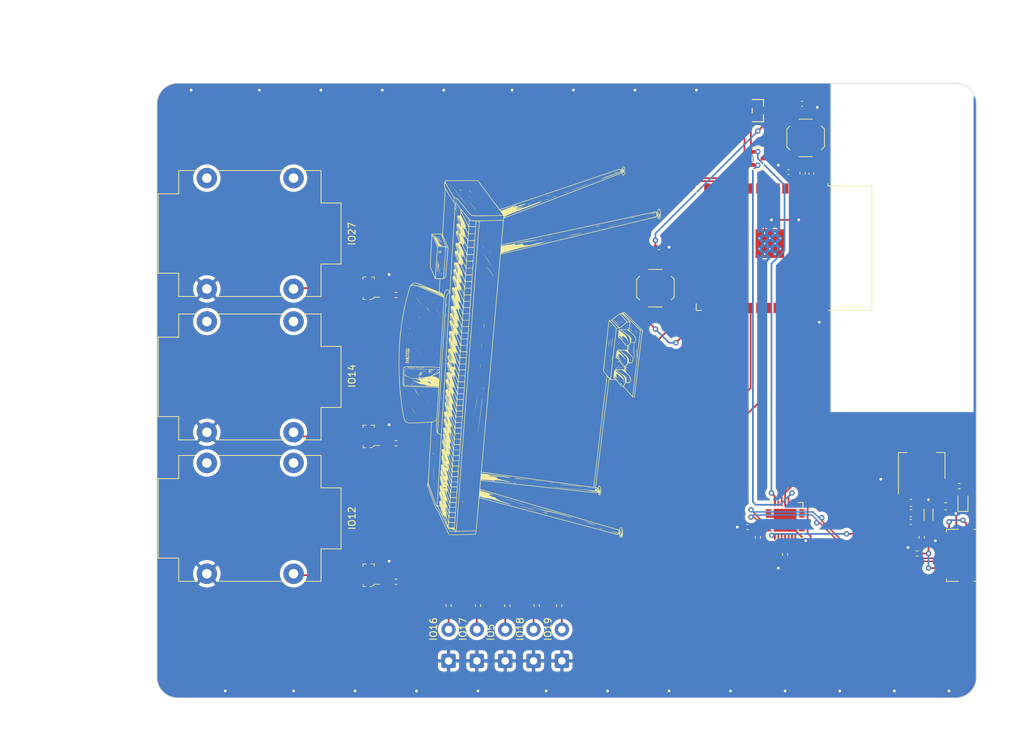
<source format=kicad_pcb>
(kicad_pcb (version 20221018) (generator pcbnew)
  (layers (0 "F.Cu" signal) (31 "B.Cu" signal) (34 "B.Paste" user) (35 "F.Paste" user) (36 "B.SilkS" user "B.Silkscreen") (37 "F.SilkS" user "F.Silkscreen") (38 "B.Mask" user) (39 "F.Mask" user) (44 "Edge.Cuts" user))
  (net 0 "")
  (net 1 "+3V3")
  (net 2 "GND")
  (net 3 "EN")
  (net 4 "+5V")
  (net 5 "IO0")
  (net 6 "Net-(D1-A)")
  (net 7 "VBUS")
  (net 8 "USB_N")
  (net 9 "USB_P")
  (net 11 "unconnected-(J1-Shield-Pad6)")
  (net 13 "PEDAL2")
  (net 16 "PEDAL3")
  (net 19 "PEDAL1")
  (net 21 "Net-(J5-Pin_2)")
  (net 22 "Net-(J6-Pin_2)")
  (net 23 "Net-(J7-Pin_2)")
  (net 24 "Net-(J8-Pin_2)")
  (net 25 "Net-(J9-Pin_2)")
  (net 26 "DTR")
  (net 27 "RTS")
  (net 28 "Net-(Q3-B)")
  (net 29 "Net-(Q4-B)")
  (net 30 "Net-(Q5-B)")
  (net 31 "Net-(U3-VBUS)")
  (net 32 "Net-(U3-~{SUSPEND})")
  (net 33 "Net-(U3-~{RST})")
  (net 34 "IO12")
  (net 35 "IO14")
  (net 36 "IO27")
  (net 37 "IO19")
  (net 38 "IO18")
  (net 39 "IO5")
  (net 40 "IO17")
  (net 41 "IO16")
  (net 62 "RX")
  (net 63 "TX")
  (footprint "footprints:TRAN_SS8050-G_CIP" (layer "F.Cu") (at 179 57 -90)
    (fp_text reference "Q1" hide)
    (fp_text value "SS8050-G")
  )
  (footprint "Capacitor_SMD:C_0402_1005Metric" (layer "F.Cu") (at 183.48 59 180)
    (fp_text reference "C3" hide)
    (fp_text value "0.1uf")
  )
  (footprint "LED_SMD:LED_0603_1608Metric" (layer "F.Cu") (at 209.042 107.2135 90)
    (fp_text reference "D1" hide)
    (fp_text value "LED")
  )
  (footprint "Capacitor_SMD:C_0402_1005Metric" (layer "F.Cu") (at 185.48 49 180)
    (fp_text reference "C7" hide)
    (fp_text value "0.1uf")
  )
  (footprint "Resistor_SMD:R_0402_1005Metric" (layer "F.Cu") (at 138 122.51 90)
    (fp_text reference "R13" hide)
    (fp_text value "220")
  )
  (footprint "Capacitor_SMD:C_0402_1005Metric" (layer "F.Cu") (at 201.394 110.236 180)
    (fp_text reference "C8" hide)
    (fp_text value "4.7uf")
  )
  (footprint "Package_DFN_QFN:QFN-28-1EP_5x5mm_P0.5mm_EP3.35x3.35mm" (layer "F.Cu") (at 183 110)
    (fp_text reference "U3" hide)
    (fp_text value "CP2102N-Axx-xQFN28")
  )
  (footprint "Connector_Wire:SolderWire-0.5sqmm_1x02_P4.6mm_D0.9mm_OD2.1mm" (layer "F.Cu") (at 150.3 130.6 90)
    (fp_text reference "J5" hide)
    (fp_text value "Conn_01x02_Socket")
  )
  (footprint "Resistor_SMD:R_0402_1005Metric" (layer "F.Cu") (at 183 115 90)
    (fp_text reference "R5" hide)
    (fp_text value "10kk")
  )
  (footprint "Connector_Wire:SolderWire-0.5sqmm_1x02_P4.6mm_D0.9mm_OD2.1mm" (layer "F.Cu") (at 142 130.6 90)
    (fp_text reference "J7" hide)
    (fp_text value "Conn_01x02_Socket")
  )
  (footprint "digikey-footprints:SOT-23-3" (layer "F.Cu") (at 122 75.999544 180)
    (fp_text reference "Q5" hide)
    (fp_text value "MMBT2222A-7-F")
  )
  (footprint "Capacitor_SMD:C_0603_1608Metric" (layer "F.Cu") (at 201.422 108.966 180)
    (fp_text reference "C5" hide)
    (fp_text value "22uf")
  )
  (footprint "Resistor_SMD:R_0402_1005Metric" (layer "F.Cu") (at 126 119 180)
    (fp_text reference "R7" hide)
    (fp_text value "4.7k")
  )
  (footprint "Connector_Wire:SolderWire-0.5sqmm_1x02_P4.6mm_D0.9mm_OD2.1mm" (layer "F.Cu") (at 137.85 130.6 90)
    (fp_text reference "J8" hide)
    (fp_text value "Conn_01x02_Socket")
  )
  (footprint "Button_Switch_SMD:SW_Push_1P1T_XKB_TS-1187A" (layer "F.Cu") (at 164 76 -90)
    (fp_text reference "S1" hide)
    (fp_text value "B3U-1000P")
  )
  (footprint "Capacitor_SMD:C_0402_1005Metric" (layer "F.Cu") (at 164.52 70 180)
    (fp_text reference "C6" hide)
    (fp_text value "0.1uf")
  )
  (footprint "BAT760_7 (2):SOD2513X120N" (layer "F.Cu") (at 204 109.19 -90)
    (fp_text reference "D2" hide)
    (fp_text value "BAT760-7")
  )
  (footprint "footprints:TRAN_SS8050-G_CIP" (layer "F.Cu") (at 179 50 -90)
    (fp_text reference "Q2" hide)
    (fp_text value "SS8050-G")
  )
  (footprint "Connector_Wire:SolderWire-0.5sqmm_1x02_P4.6mm_D0.9mm_OD2.1mm" (layer "F.Cu") (at 146.15 130.6 90)
    (fp_text reference "J6" hide)
    (fp_text value "Conn_01x02_Socket")
  )
  (footprint "Button_Switch_SMD:SW_Push_1P1T_XKB_TS-1187A" (layer "F.Cu") (at 186 54 -90)
    (fp_text reference "S2" hide)
    (fp_text value "B3U-1000P")
  )
  (footprint "Capacitor_SMD:C_0402_1005Metric" (layer "F.Cu") (at 186.838611 59.205062 90)
    (fp_text reference "C1" hide)
    (fp_text value "0.1uf")
  )
  (footprint "Connector_Audio:Jack_6.35mm_Neutrik_NMJ4HCD2_Horizontal" (layer "F.Cu") (at 110.998 97.115 180)
    (fp_text reference "J2" hide)
    (fp_text value "AudioJack2_Switch" hide)
  )
  (footprint "digikey-footprints:SOT-23-3" (layer "F.Cu") (at 122 97.719544 180)
    (fp_text reference "Q4" hide)
    (fp_text value "MMBT2222A-7-F")
  )
  (footprint "RF_Module:ESP32-WROOM-32" (layer "F.Cu") (at 179.8525 70.155 -90)
    (fp_text reference "U1" hide)
    (fp_text value "ESP32-WROOM-32")
  )
  (footprint "Resistor_SMD:R_0402_1005Metric" (layer "F.Cu") (at 149.9 122.51 90)
    (fp_text reference "R10" hide)
    (fp_text value "220")
  )
  (footprint "Connector_Audio:Jack_6.35mm_Neutrik_NMJ4HCD2_Horizontal" (layer "F.Cu") (at 110.998 76.115 180)
    (fp_text reference "J3" hide)
    (fp_text value "AudioJack2_Switch" hide)
  )
  (footprint "Resistor_SMD:R_0402_1005Metric" (layer "F.Cu") (at 179 112.51 90)
    (fp_text reference "R6" hide)
    (fp_text value "2k")
  )
  (footprint "digikey-footprints:SOT-23-3" (layer "F.Cu") (at 122 118.05 180)
    (fp_text reference "Q3" hide)
    (fp_text value "MMBT2222A-7-F")
  )
  (footprint "Capacitor_SMD:C_0603_1608Metric" (layer "F.Cu") (at 201.422 107.442 180)
    (fp_text reference "C2" hide)
    (fp_text value "22uf")
  )
  (footprint "Resistor_SMD:R_0402_1005Metric" (layer "F.Cu") (at 202.335713 114.873232)
    (fp_text reference "R4" hide)
    (fp_text value "47.5k")
  )
  (footprint "piano:piano" (layer "F.Cu") (at 144.018 86.36 90)
    (fp_text reference "G***" hide)
    (fp_text value "LOGO" hide)
  )
  (footprint "Resistor_SMD:R_0402_1005Metric" (layer "F.Cu") (at 126 76.999544 180)
    (fp_text reference "R9" hide)
    (fp_text value "4.7k")
  )
  (footprint "Package_TO_SOT_SMD:SOT-223-3_TabPin2" (layer "F.Cu") (at 203 102 90)
    (fp_text reference "U2" hide)
    (fp_text value "AMS1117-3.3")
  )
  (footprint "Resistor_SMD:R_0402_1005Metric" (layer "F.Cu") (at 126 98.719544 180)
    (fp_text reference "R8" hide)
    (fp_text value "4.7k")
  )
  (footprint "Capacitor_SMD:C_0603_1608Metric" (layer "F.Cu") (at 206.502 107.95)
    (fp_text reference "C4" hide)
    (fp_text value "22uf")
  )
  (footprint "Resistor_SMD:R_0402_1005Metric" (layer "F.Cu") (at 185.557894 59.165536 -90)
    (fp_text reference "R1" hide)
    (fp_text value "10k")
  )
  (footprint "Resistor_SMD:R_0402_1005Metric" (layer "F.Cu") (at 133.7 122.51 90)
    (fp_text reference "R14" hide)
    (fp_text value "220")
  )
  (footprint "Capacitor_SMD:C_0402_1005Metric" (layer "F.Cu") (at 177.48 111 180)
    (fp_text reference "C9" hide)
    (fp_text value "0.1uf")
  )
  (footprint "Resistor_SMD:R_0402_1005Metric" (layer "F.Cu") (at 208.51 105)
    (fp_text reference "R2" hide)
    (fp_text value "2k")
  )
  (footprint "Resistor_SMD:R_0402_1005Metric" (layer "F.Cu") (at 146.6 122.51 90)
    (fp_text reference "R11" hide)
    (fp_text value "220")
  )
  (footprint "Connector_Wire:SolderWire-0.5sqmm_1x02_P4.6mm_D0.9mm_OD2.1mm" (layer "F.Cu") (at 133.7 130.6 90)
    (fp_text reference "J9" hide)
    (fp_text value "Conn_01x02_Socket")
  )
  (footprint "Resistor_SMD:R_0402_1005Metric" (layer "F.Cu") (at 203 112.49 90)
    (fp_text reference "R3" hide)
    (fp_text value "22.1k")
  )
  (footprint "Connector_USB:USB_Micro-B_Molex_47346-0001" (layer "F.Cu") (at 208.326594 115.134925 90)
    (fp_text reference "J1" hide)
    (fp_text value "USB_B_Micro")
  )
  (footprint "Connector_Audio:Jack_6.35mm_Neutrik_NMJ4HCD2_Horizontal" (layer "F.Cu") (at 110.998 117.835456 180)
    (fp_text reference "J4" hide)
    (fp_text value "AudioJack2_Switch" hide)
  )
  (footprint "Resistor_SMD:R_0402_1005Metric" (layer "F.Cu") (at 142.3 122.51 90)
    (fp_text reference "R12" hide)
    (fp_text value "220")
  )
  (gr_arc (start 211 133) (mid 210.12132 135.12132) (end 208 136) (stroke (width 0.1)) (layer "Edge.Cuts"))
  (gr_line (start 208 136) (end 94 136) (stroke (width 0.1)) (layer "Edge.Cuts"))
  (gr_line (start 91 133) (end 91 49) (stroke (width 0.1)) (layer "Edge.Cuts"))
  (gr_arc (start 208 46) (mid 210.12132 46.87868) (end 211 49) (stroke (width 0.1)) (layer "Edge.Cuts"))
  (gr_line (start 94 46) (end 208 46) (stroke (width 0.1)) (layer "Edge.Cuts"))
  (gr_arc (start 91 49) (mid 91.87868 46.87868) (end 94 46) (stroke (width 0.1)) (layer "Edge.Cuts"))
  (gr_line (start 211 49) (end 211 133) (stroke (width 0.1)) (layer "Edge.Cuts"))
  (gr_arc (start 94 136) (mid 91.87868 135.12132) (end 91 133) (stroke (width 0.1)) (layer "Edge.Cuts"))
  (gr_text "IO14" (at 120.142 90.678 90) (layer "F.SilkS") (effects (font (size 1 1)) (justify left bottom)))
  (gr_text "IO5" (at 140.462 127.762 90) (layer "F.SilkS") (effects (font (size 1 1)) (justify left bottom)))
  (gr_text "IO17" (at 136.398 127.762 90) (layer "F.SilkS") (effects (font (size 1 1)) (justify left bottom)))
  (gr_text "IO18" (at 144.78 127.762 90) (layer "F.SilkS") (effects (font (size 1 1)) (justify left bottom)))
  (gr_text "IO12" (at 120.142 111.506 90) (layer "F.SilkS") (effects (font (size 1 1)) (justify left bottom)))
  (gr_text "IO19" (at 148.844 127.762 90) (layer "F.SilkS") (effects (font (size 1 1)) (justify left bottom)))
  (gr_text "IO27" (at 120.142 69.85 90) (layer "F.SilkS") (effects (font (size 1 1)) (justify left bottom)))
  (gr_text "IO16" (at 132.08 127.762 90) (layer "F.SilkS") (effects (font (size 1 1)) (justify left bottom)))
  (segment (start 201.874 110.236) (end 201.874 109.289) (width 0.25) (layer "F.Cu") (net 1))
  (segment (start 203 105.15) (end 203 98.85) (width 0.25) (layer "F.Cu") (net 1))
  (segment (start 186.838611 61.398889) (end 186.8325 61.405) (width 0.25) (layer "F.Cu") (net 1))
  (segment (start 189 64.5725) (end 186.8325 62.405) (width 0.25) (layer "F.Cu") (net 1))
  (segment (start 186.8325 62.405) (end 186.8325 61.405) (width 0.25) (layer "F.Cu") (net 1))
  (segment (start 186.838611 59.685062) (end 186.838611 61.398889) (width 0.25) (layer "F.Cu") (net 1))
  (segment (start 179 112) (end 178.96 112) (width 0.25) (layer "F.Cu") (net 1))
  (segment (start 186.300305 106.720417) (end 186.300305 111.886091) (width 0.25) (layer "F.Cu") (net 1))
  (segment (start 186.58742 59.685062) (end 186.838611 59.685062) (width 0.25) (layer "F.Cu") (net 1))
  (segment (start 202.197 108.966) (end 202.197 107.442) (width 0.25) (layer "F.Cu") (net 1))
  (segment (start 178.96 112) (end 177.96 111) (width 0.25) (layer "F.Cu") (net 1))
  (segment (start 181.699695 117.725) (end 178.355 114.380305) (width 0.25) (layer "F.Cu") (net 1))
  (segment (start 178.355 114.380305) (end 178.355 112.645) (width 0.25) (layer "F.Cu") (net 1))
  (segment (start 186.725 113.300305) (end 182.300305 117.725) (width 0.25) (layer "F.Cu") (net 1))
  (segment (start 194.170722 98.85) (end 189 93.679278) (width 0.25) (layer "F.Cu") (net 1))
  (segment (start 186.300305 111.886091) (end 186.725 112.310786) (width 0.25) (layer "F.Cu") (net 1))
  (segment (start 179.5 111.5) (end 179 112) (width 0.25) (layer "F.Cu") (net 1))
  (segment (start 201.874 109.289) (end 202.197 108.966) (width 0.25) (layer "F.Cu") (net 1))
  (segment (start 203 106.639) (end 203 105.15) (width 0.25) (layer "F.Cu") (net 1))
  (segment (start 180.55 111.5) (end 180.55 111) (width 0.25) (layer "F.Cu") (net 1))
  (segment (start 178.355 112.645) (end 179 112) (width 0.25) (layer "F.Cu") (net 1))
  (segment (start 182.300305 117.725) (end 181.699695 117.725) (width 0.25) (layer "F.Cu") (net 1))
  (segment (start 189 93.679278) (end 189 64.5725) (width 0.25) (layer "F.Cu") (net 1))
  (segment (start 194.170722 98.85) (end 186.300305 106.720417) (width 0.25) (layer "F.Cu") (net 1))
  (segment (start 186.725 112.310786) (end 186.725 113.300305) (width 0.25) (layer "F.Cu") (net 1))
  (segment (start 203 98.85) (end 194.170722 98.85) (width 0.25) (layer "F.Cu") (net 1))
  (segment (start 185.557894 58.655536) (end 186.58742 59.685062) (width 0.25) (layer "F.Cu") (net 1))
  (segment (start 202.197 107.442) (end 203 106.639) (width 0.25) (layer "F.Cu") (net 1))
  (segment (start 180.55 111.5) (end 179.5 111.5) (width 0.25) (layer "F.Cu") (net 1))
  (segment (start 188.1025 78.905) (end 188.1025 80.8975) (width 0.25) (layer "F.Cu") (net 2))
  (segment (start 181 66) (end 185 66) (width 0.25) (layer "F.Cu") (net 2))
  (segment (start 200.647 107.442) (end 200.647 108.966) (width 0.25) (layer "F.Cu") (net 2))
  (segment (start 123.05 117.1) (end 123.9 117.1) (width 0.25) (layer "F.Cu") (net 2))
  (segment (start 185.96 49) (end 187.176 49) (width 0.25) (layer "F.Cu") (net 2))
  (segment (start 208.051594 113.684925) (end 207.901594 113.834925) (width 0.25) (layer "F.Cu") (net 2))
  (segment (start 165.875 70.875) (end 165.875 73) (width 0.25) (layer "F.Cu") (net 2))
  (segment (start 186.838611 58.725062) (end 186.838611 58.036389) (width 0.25) (layer "F.Cu") (net 2))
  (segment (start 200.647 109.969) (end 200.914 110.236) (width 0.25) (layer "F.Cu") (net 2))
  (segment (start 123.05 75.049544) (end 123.950456 75.049544) (width 0.25) (layer "F.Cu") (net 2))
  (segment (start 165.875 73) (end 165.875 79) (width 0.25) (layer "F.Cu") (net 2))
  (segment (start 200.7 105.15) (end 200.7 107.389) (width 0.25) (layer "F.Cu") (net 2))
  (segment (start 201.825713 114.825713) (end 201 114) (width 0.25) (layer "F.Cu") (net 2))
  (segment (start 186.84622 58.725062) (end 188.1025 59.981342) (width 0.25) (layer "F.Cu") (net 2))
  (segment (start 198.15 105.15) (end 197 104) (width 0.25) (layer "F.Cu") (net 2))
  (segment (start 207.901594 113.834925) (end 206.866594 113.834925) (width 0.25) (layer "F.Cu") (net 2))
  (segment (start 188.1025 59.981342) (end 188.1025 61.405) (width 0.25) (layer "F.Cu") (net 2))
  (segment (start 200.7 107.389) (end 200.647 107.442) (width 0.25) (layer "F.Cu") (net 2))
  (segment (start 185.96 49) (end 185.96 49.085) (width 0.25) (layer "F.Cu") (net 2))
  (segment (start 123.950456 75.049544) (end 125 74) (width 0.25) (layer "F.Cu") (net 2))
  (segment (start 183 116) (end 182 117) (width 0.25) (layer "F.Cu") (net 2))
  (segment (start 208.999 108.001) (end 208 109) (width 0.25) (layer "F.Cu") (net 2))
  (segment (start 165 70) (end 166 70) (width 0.25) (layer "F.Cu") (net 2))
  (segment (start 165 68.7875) (end 165 70) (width 0.25) (layer "F.Cu") (net 2))
  (segment (start 124.230456 96.769544) (end 125 96) (width 0.25) (layer "F.Cu") (net 2))
  (segment (start 208 109) (end 208.051594 109.051594) (width 0.25) (layer "F.Cu") (net 2))
  (segment (start 180 67) (end 181 66) (width 0.25) (layer "F.Cu") (net 2))
  (segment (start 205.834925 113.834925) (end 205 113) (width 0.25) (layer "F.Cu") (net 2))
  (segment (start 169.3425 64.445) (end 165 68.7875) (width 0.25) (layer "F.Cu") (net 2))
  (segment (start 123.05 96.769544) (end 124.230456 96.769544) (width 0.25) (layer "F.Cu") (net 2))
  (segment (start 188.1025 80.8975) (end 188 81) (width 0.25) (layer "F.Cu") (net 2))
  (segment (start 186.838611 58.036389) (end 187.875 57) (width 0.25) (layer "F.Cu") (net 2))
  (segment (start 183 110) (end 186 113) (width 0.25) (layer "F.Cu") (net 2))
  (segment (start 185.96 49.085) (end 187.875 51) (width 0.25) (layer "F.Cu") (net 2))
  (segment (start 180 67.95) (end 180 67) (width 0.25) (layer "F.Cu") (net 2))
  (segment (start 183 110) (end 182.5 109.5) (width 0.25) (layer "F.Cu") (net 2))
  (segment (start 187.875 51) (end 187.875 57) (width 0.25) (layer "F.Cu") (net 2))
  (segment (start 209.042 108.001) (end 208.999 108.001) (width 0.25) (layer "F.Cu") (net 2))
  (segment (start 208.991 107.95) (end 209.042 108.001) (width 0.25) (layer "F.Cu") (net 2))
  (segment (start 187.176 49) (end 187.706 49.53) (width 0.25) (layer "F.Cu") (net 2))
  (segment (start 165 70) (end 165.875 70.875) (width 0.25) (layer "F.Cu") (net 2))
  (segment (start 200.7 105.15) (end 198.15 105.15) (width 0.25) (layer "F.Cu") (net 2))
  (segment (start 186.838611 58.725062) (end 186.84622 58.725062) (width 0.25) (layer "F.Cu") (net 2))
  (segment (start 170.3425 64.445) (end 169.3425 64.445) (width 0.25) (layer "F.Cu") (net 2))
  (segment (start 201.825713 114.873232) (end 201.825713 114.825713) (width 0.25) (layer "F.Cu") (net 2))
  (segment (start 208.051594 109.051594) (end 208.051594 113.684925) (width 0.25) (layer "F.Cu") (net 2))
  (segment (start 183 115.51) (end 183 116) (width 0.25) (layer "F.Cu") (net 2))
  (segment (start 177 111) (end 176 111) (width 0.25) (layer "F.Cu") (net 2))
  (segment (start 207.277 107.95) (end 208.991 107.95) (width 0.25) (layer "F.Cu") (net 2))
  (segment (start 206.866594 113.834925) (end 205.834925 113.834925) (width 0.25) (layer "F.Cu") (net 2))
  (segment (start 183 59) (end 182 58) (width 0.25) (layer "F.Cu") (net 2))
  (segment (start 123.9 117.1) (end 125 116) (width 0.25) (layer "F.Cu") (net 2))
  (segment (start 182.5 109.5) (end 180.55 109.5) (width 0.25) (layer "F.Cu") (net 2))
  (segment (start 200.647 108.966) (end 200.647 109.969) (width 0.25) (layer "F.Cu") (net 2))
  (via (at 125 116) (size 0.8) (drill 0.4) (layers "F.Cu" "B.Cu") (net 2))
  (via (at 124 47) (size 0.8) (drill 0.4) (layers "F.Cu" "B.Cu") (net 2))
  (via (at 96 47) (size 0.8) (drill 0.4) (layers "F.Cu" "B.Cu") (net 2))
  (via (at 129 135) (size 0.8) (drill 0.4) (layers "F.Cu" "B.Cu") (net 2))
  (via (at 182 58) (size 0.8) (drill 0.4) (layers "F.Cu" "B.Cu") (net 2))
  (via (at 205 113) (size 0.8) (drill 0.4) (layers "F.Cu" "B.Cu") (net 2))
  (via (at 106 47) (size 0.8) (drill 0.4) (layers "F.Cu" "B.Cu") (net 2))
  (via (at 115 47) (size 0.8) (drill 0.4) (layers "F.Cu" "B.Cu") (net 2))
  (via (at 125 74) (size 0.8) (drill 0.4) (layers "F.Cu" "B.Cu") (net 2))
  (via (at 166 70) (size 0.8) (drill 0.4) (layers "F.Cu" "B.Cu") (net 2))
  (via (at 197 104) (size 0.8) (drill 0.4) (layers "F.Cu" "B.Cu") (net 2))
  (via (at 133 47) (size 0.8) (drill 0.4) (layers "F.Cu" "B.Cu") (net 2))
  (via (at 176 111) (size 0.8) (drill 0.4) (layers "F.Cu" "B.Cu") (net 2))
  (via (at 183 135) (size 0.8) (drill 0.4) (layers "F.Cu" "B.Cu") (net 2))
  (via (at 181 66) (size 0.8) (drill 0.4) (layers "F.Cu" "B.Cu") (net 2))
  (via (at 152 47) (size 0.8) (drill 0.4) (layers "F.Cu" "B.Cu") (net 2))
  (via (at 207 135) (size 0.8) (drill 0.4) (layers "F.Cu" "B.Cu") (net 2))
  (via (at 186 113) (size 0.8) (drill 0.4) (layers "F.Cu" "B.Cu") (net 2))
  (via (at 191 135) (size 0.8) (drill 0.4) (layers "F.Cu" "B.Cu") (net 2))
  (via (at 182 117) (size 0.8) (drill 0.4) (layers "F.Cu" "B.Cu") (net 2))
  (via (at 201 114) (size 0.8) (drill 0.4) (layers "F.Cu" "B.Cu") (net 2))
  (via (at 101 135) (size 0.8) (drill 0.4) (layers "F.Cu" "B.Cu") (net 2))
  (via (at 148 135) (size 0.8) (drill 0.4) (layers "F.Cu" "B.Cu") (net 2))
  (via (at 157 135) (size 0.8) (drill 0.4) (layers "F.Cu" "B.Cu") (net 2))
  (via (at 188 81) (size 0.8) (drill 0.4) (layers "F.Cu" "B.Cu") (net 2))
  (via (at 161 47) (size 0.8) (drill 0.4) (layers "F.Cu" "B.Cu") (net 2))
  (via (at 138 135) (size 0.8) (drill 0.4) (layers "F.Cu" "B.Cu") (net 2))
  (via (at 111 135) (size 0.8) (drill 0.4) (layers "F.Cu" "B.Cu") (net 2))
  (via (at 199 135) (size 0.8) (drill 0.4) (layers "F.Cu" "B.Cu") (net 2))
  (via (at 175 135) (size 0.8) (drill 0.4) (layers "F.Cu" "B.Cu") (net 2))
  (via (at 166 135) (size 0.8) (drill 0.4) (layers "F.Cu" "B.Cu") (net 2))
  (via (at 170 47) (size 0.8) (drill 0.4) (layers "F.Cu" "B.Cu") (net 2))
  (via (at 120 135) (size 0.8) (drill 0.4) (layers "F.Cu" "B.Cu") (net 2))
  (via (at 208 109) (size 0.8) (drill 0.4) (layers "F.Cu" "B.Cu") (net 2))
  (via (at 187.706 49.53) (size 0.8) (drill 0.4) (layers "F.Cu" "B.Cu") (net 2))
  (via (at 185 66) (size 0.8) (drill 0.4) (layers "F.Cu" "B.Cu") (net 2))
  (via (at 143 47) (size 0.8) (drill 0.4) (layers "F.Cu" "B.Cu") (net 2))
  (via (at 125 96) (size 0.8) (drill 0.4) (layers "F.Cu" "B.Cu") (net 2))
  (segment (start 185 50.125) (end 184.125 51) (width 0.25) (layer "F.Cu") (net 3))
  (segment (start 185.557894 59.675536) (end 184.635536 59.675536) (width 0.25) (layer "F.Cu") (net 3))
  (segment (start 185.557894 61.400394) (end 185.5625 61.405) (width 0.25) (layer "F.Cu") (net 3))
  (segment (start 184.635536 59.675536) (end 183.96 59) (width 0.25) (layer "F.Cu") (net 3))
  (segment (start 183.96 57.165) (end 184.125 57) (width 0.25) (layer "F.Cu") (net 3))
  (segment (start 185 49) (end 185 50.125) (width 0.25) (layer "F.Cu") (net 3))
  (segment (start 183.96 59) (end 183.96 57.165) (width 0.25) (layer "F.Cu") (net 3))
  (segment (start 185.557894 59.675536) (end 185.557894 61.400394) (width 0.25) (layer "F.Cu") (net 3))
  (segment (start 184.125 57) (end 180.021 57) (width 0.25) (layer "F.Cu") (net 3))
  (segment (start 184.125 51) (end 184.125 57) (width 0.25) (layer "F.Cu") (net 3))
  (segment (start 204 106.45) (end 205.3 105.15) (width 0.25) (layer "F.Cu") (net 4))
  (segment (start 204 108) (end 205.677 108) (width 0.25) (layer "F.Cu") (net 4))
  (segment (start 205.3 105.15) (end 207.85 105.15) (width 0.25) (layer "F.Cu") (net 4))
  (segment (start 207.85 105.15) (end 208 105) (width 0.25) (layer "F.Cu") (net 4))
  (segment (start 204 108) (end 204 106.45) (width 0.25) (layer "F.Cu") (net 4))
  (segment (start 205.677 108) (end 205.727 107.95) (width 0.25) (layer "F.Cu") (net 4))
  (segment (start 162.125 79) (end 162.125 80.125) (width 0.25) (layer "F.Cu") (net 5))
  (segment (start 164 69) (end 164 69.96) (width 0.25) (layer "F.Cu") (net 5))
  (segment (start 162.125 73) (end 162.125 79) (width 0.25) (layer "F.Cu") (net 5))
  (segment (start 162.125 71.915) (end 164.04 70) (width 0.25) (layer "F.Cu") (net 5))
  (segment (start 171.5925 79.4075) (end 171.5925 78.905) (width 0.25) (layer "F.Cu") (net 5))
  (segment (start 180.021 51.979) (end 179 53) (width 0.25) (layer "F.Cu") (net 5))
  (segment (start 180.021 50) (end 180.021 51.979) (width 0.25) (layer "F.Cu") (net 5))
  (segment (start 162.125 80.125) (end 164 82) (width 0.25) (layer "F.Cu") (net 5))
  (segment (start 164 69.96) (end 164.04 70) (width 0.25) (layer "F.Cu") (net 5))
  (segment (start 162.125 73) (end 162.125 71.915) (width 0.25) (layer "F.Cu") (net 5))
  (segment (start 167 84) (end 171.5925 79.4075) (width 0.25) (layer "F.Cu") (net 5))
  (via (at 164 82) (size 0.8) (drill 0.4) (layers "F.Cu" "B.Cu") (net 5))
  (via (at 167 84) (size 0.8) (drill 0.4) (layers "F.Cu" "B.Cu") (net 5))
  (via (at 164 69) (size 0.8) (drill 0.4) (layers "F.Cu" "B.Cu") (net 5))
  (via (at 179 53) (size 0.8) (drill 0.4) (layers "F.Cu" "B.Cu") (net 5))
  (segment (start 164 68) (end 164 69) (width 0.25) (layer "B.Cu") (net 5))
  (segment (start 164 82) (end 166 84) (width 0.25) (layer "B.Cu") (net 5))
  (segment (start 179 53) (end 164 68) (width 0.25) (layer "B.Cu") (net 5))
  (segment (start 166 84) (end 167 84) (width 0.25) (layer "B.Cu") (net 5))
  (segment (start 209.02 106.404) (end 209.042 106.426) (width 0.25) (layer "F.Cu") (net 6))
  (segment (start 209.02 105) (end 209.02 106.404) (width 0.25) (layer "F.Cu") (net 6))
  (segment (start 204 117) (end 205.217559 117) (width 0.25) (layer "F.Cu") (net 7))
  (segment (start 204 110.38) (end 204 114.8705) (width 0.25) (layer "F.Cu") (net 7))
  (segment (start 202.845713 114.873232) (end 202.845713 113.154287) (width 0.25) (layer "F.Cu") (net 7))
  (segment (start 205.782634 116.434925) (end 206.866594 116.434925) (width 0.25) (layer "F.Cu") (net 7))
  (segment (start 202.845713 113.154287) (end 203 113) (width 0.25) (layer "F.Cu") (net 7))
  (segment (start 204 114.8705) (end 202.848445 114.8705) (width 0.25) (layer "F.Cu") (net 7))
  (segment (start 202.848445 114.8705) (end 202.845713 114.873232) (width 0.25) (layer "F.Cu") (net 7))
  (segment (start 205.217559 117) (end 205.782634 116.434925) (width 0.25) (layer "F.Cu") (net 7))
  (via (at 204 114.8705) (size 0.8) (drill 0.4) (layers "F.Cu" "B.Cu") (net 7))
  (via (at 204 117) (size 0.8) (drill 0.4) (layers "F.Cu" "B.Cu") (net 7))
  (segment (start 204 114.8705) (end 204 117) (width 0.25) (layer "B.Cu") (net 7))
  (segment (start 199.448429 116.01998) (end 198.808449 115.38) (width 0.2) (layer "F.Cu") (net 8))
  (segment (start 179.363603 110.475) (end 179.924999 110.475) (width 0.2) (layer "F.Cu") (net 8))
  (segment (start 179.949999 110.5) (end 180.55 110.5) (width 0.2) (layer "F.Cu") (net 8))
  (segment (start 205.831593 115.784925) (end 205.596538 116.01998) (width 0.2) (layer "F.Cu") (net 8))
  (segment (start 198.808449 115.38) (end 193.061801 115.38) (width 0.2) (layer "F.Cu") (net 8))
  (segment (start 178.413603 109.525) (end 179.363603 110.475) (width 0.2) (layer "F.Cu") (net 8))
  (segment (start 188.053033 110.371232) (end 187.628768 110.371232) (width 0.2) (layer "F.Cu") (net 8))
  (segment (start 178 109.525) (end 178.413603 109.525) (width 0.2) (layer "F.Cu") (net 8))
  (segment (start 179.924999 110.475) (end 179.949999 110.5) (width 0.2) (layer "F.Cu") (net 8))
  (segment (start 205.596538 116.01998) (end 199.448429 116.01998) (width 0.2) (layer "F.Cu") (net 8))
  (segment (start 193.061801 115.38) (end 188.053033 110.371232) (width 0.2) (layer "F.Cu") (net 8))
  (segment (start 206.866594 115.784925) (end 205.831593 115.784925) (width 0.2) (layer "F.Cu") (net 8))
  (via (at 178 109.525) (size 0.8) (drill 0.4) (layers "F.Cu" "B.Cu") (net 8))
  (via (at 187.628768 110.371232) (size 0.8) (drill 0.4) (layers "F.Cu" "B.Cu") (net 8))
  (segment (start 187.628768 110.371232) (end 187.628768 109.946967) (width 0.2) (layer "B.Cu") (net 8))
  (segment (start 187.628768 109.946967) (end 186.906802 109.225001) (width 0.2) (layer "B.Cu") (net 8))
  (segment (start 186.906802 109.225001) (end 178.299999 109.225001) (width 0.2) (layer "B.Cu") (net 8))
  (segment (start 178.299999 109.225001) (end 178 109.525) (width 0.2) (layer "B.Cu") (net 8))
  (segment (start 188.371232 110.053033) (end 188.371232 109.628768) (width 0.2) (layer "F.Cu") (net 9))
  (segment (start 179.55 110.025) (end 179.924999 110.025) (width 0.2) (layer "F.Cu") (net 9))
  (segment (start 205.831593 115.134925) (end 205.396518 115.57) (width 0.2) (layer "F.Cu") (net 9))
  (segment (start 199.634817 115.57) (end 198.994837 114.93002) (width 0.2) (layer "F.Cu") (net 9))
  (segment (start 178 108.475) (end 179.55 110.025) (width 0.2) (layer "F.Cu") (net 9))
  (segment (start 179.924999 110.025) (end 179.949999 110) (width 0.2) (layer "F.Cu") (net 9))
  (segment (start 198.994837 114.93002) (end 193.248219 114.93002) (width 0.2) (layer "F.Cu") (net 9))
  (segment (start 193.248219 114.93002) (end 188.371232 110.053033) (width 0.2) (layer "F.Cu") (net 9))
  (segment (start 179.949999 110) (end 180.55 110) (width 0.2) (layer "F.Cu") (net 9))
  (segment (start 205.396518 115.57) (end 199.634817 115.57) (width 0.2) (layer "F.Cu") (net 9))
  (segment (start 206.866594 115.134925) (end 205.831593 115.134925) (width 0.2) (layer "F.Cu") (net 9))
  (via (at 178 108.475) (size 0.8) (drill 0.4) (layers "F.Cu" "B.Cu") (net 9))
  (via (at 188.371232 109.628768) (size 0.8) (drill 0.4) (layers "F.Cu" "B.Cu") (net 9))
  (segment (start 187.946967 109.628768) (end 187.093198 108.774999) (width 0.2) (layer "B.Cu") (net 9))
  (segment (start 188.371232 109.628768) (end 187.946967 109.628768) (width 0.2) (layer "B.Cu") (net 9))
  (segment (start 178.299999 108.774999) (end 178 108.475) (width 0.2) (layer "B.Cu") (net 9))
  (segment (start 187.093198 108.774999) (end 178.299999 108.774999) (width 0.2) (layer "B.Cu") (net 9))
  (segment (start 207.01 110.236) (end 207.01 112.589019) (width 0.25) (layer "F.Cu") (net 11))
  (segment (start 209.526594 110.466594) (end 209.042 109.982) (width 0.25) (layer "F.Cu") (net 11))
  (segment (start 209.526594 111.759925) (end 209.526594 110.466594) (width 0.25) (layer "F.Cu") (net 11))
  (segment (start 209.526594 118.509925) (end 209.526594 116.284925) (width 0.25) (layer "F.Cu") (net 11))
  (segment (start 209.526594 116.284925) (end 209.526594 113.584925) (width 0.25) (layer "F.Cu") (net 11))
  (segment (start 206.951594 117.622425) (end 208.639094 117.622425) (width 0.25) (layer "F.Cu") (net 11))
  (segment (start 208.639094 117.622425) (end 209.526594 118.509925) (width 0.25) (layer "F.Cu") (net 11))
  (segment (start 207.01 112.589019) (end 206.951594 112.647425) (width 0.25) (layer "F.Cu") (net 11))
  (via (at 207.01 110.236) (size 0.8) (drill 0.4) (layers "F.Cu" "B.Cu") (net 11))
  (via (at 209.042 109.982) (size 0.8) (drill 0.4) (layers "F.Cu" "B.Cu") (net 11))
  (segment (start 207.264 109.982) (end 207.01 110.236) (width 0.25) (layer "B.Cu") (net 11))
  (segment (start 209.042 109.982) (end 207.264 109.982) (width 0.25) (layer "B.Cu") (net 11))
  (segment (start 120.95 97.719544) (end 111.440822 97.719544) (width 0.25) (layer "F.Cu") (net 13))
  (segment (start 111.440822 97.719544) (end 110.836278 97.115) (width 0.25) (layer "F.Cu") (net 13))
  (segment (start 110.951734 75.999544) (end 110.836278 76.115) (width 0.25) (layer "F.Cu") (net 16))
  (segment (start 120.95 75.999544) (end 110.951734 75.999544) (width 0.25) (layer "F.Cu") (net 16))
  (segment (start 120.95 118.05) (end 111.050822 118.05) (width 0.25) (layer "F.Cu") (net 19))
  (segment (start 111.050822 118.05) (end 110.836278 117.835456) (width 0.25) (layer "F.Cu") (net 19))
  (segment (start 150.3 123.42) (end 150.3 126) (width 0.25) (layer "F.Cu") (net 21))
  (segment (start 149.9 123.02) (end 150.3 123.42) (width 0.25) (layer "F.Cu") (net 21))
  (segment (start 146.6 123.02) (end 146.15 123.47) (width 0.25) (layer "F.Cu") (net 22))
  (segment (start 146.15 123.47) (end 146.15 126) (width 0.25) (layer "F.Cu") (net 22))
  (segment (start 142 123.32) (end 142 126) (width 0.25) (layer "F.Cu") (net 23))
  (segment (start 142.3 123.02) (end 142 123.32) (width 0.25) (layer "F.Cu") (net 23))
  (segment (start 138 123.02) (end 137.85 123.17) (width 0.25) (layer "F.Cu") (net 24))
  (segment (start 137.85 123.17) (end 137.85 126) (width 0.25) (layer "F.Cu") (net 24))
  (segment (start 133.7 123.02) (end 133.7 126) (width 0.25) (layer "F.Cu") (net 25))
  (segment (start 178.029 56) (end 177.979001 56.049999) (width 0.25) (layer "F.Cu") (net 26))
  (segment (start 181.5 106.5) (end 181 106) (width 0.25) (layer "F.Cu") (net 26))
  (segment (start 181.5 107.55) (end 181.5 106.5) (width 0.25) (layer "F.Cu") (net 26))
  (segment (start 179 56) (end 178.029 56) (width 0.25) (layer "F.Cu") (net 26))
  (segment (start 177.979001 56.049999) (end 177.979001 50.950001) (width 0.25) (layer "F.Cu") (net 26))
  (via (at 179 56) (size 0.8) (drill 0.4) (layers "F.Cu" "B.Cu") (net 26))
  (via (at 181 106) (size 0.8) (drill 0.4) (layers "F.Cu" "B.Cu") (net 26))
  (segment (start 179 57) (end 179 56) (width 0.25) (layer "B.Cu") (net 26))
  (segment (start 182.9125 70.496384) (end 182.9125 60.9125) (width 0.25) (layer "B.Cu") (net 26))
  (segment (start 181 72.408884) (end 182.9125 70.496384) (width 0.25) (layer "B.Cu") (net 26))
  (segment (start 182.9125 60.9125) (end 179 57) (width 0.25) (layer "B.Cu") (net 26))
  (segment (start 181 106) (end 181 72.408884) (width 0.25) (layer "B.Cu") (net 26))
  (segment (start 177.044401 49.984599) (end 177.979001 49.049999) (width 0.25) (layer "F.Cu") (net 27))
  (segment (start 177.044401 57.015401) (end 177.044401 49.984599) (width 0.25) (layer "F.Cu") (net 27))
  (segment (start 178.925403 57.950001) (end 178.987701 58.012299) (width 0.25) (layer "F.Cu") (net 27))
  (segment (start 183.5 107.55) (end 183.5 106.5) (width 0.25) (layer "F.Cu") (net 27))
  (segment (start 183.5 106.5) (end 184 106) (width 0.25) (layer "F.Cu") (net 27))
  (segment (start 177.979001 57.950001) (end 177.044401 57.015401) (width 0.25) (layer "F.Cu") (net 27))
  (segment (start 177.979001 57.950001) (end 178.925403 57.950001) (width 0.25) (layer "F.Cu") (net 27))
  (via (at 184 106) (size 0.8) (drill 0.4) (layers "F.Cu" "B.Cu") (net 27))
  (via (at 178.987701 58.012299) (size 0.8) (drill 0.4) (layers "F.Cu" "B.Cu") (net 27))
  (segment (start 182.275 107.725) (end 178.699695 107.725) (width 0.25) (layer "B.Cu") (net 27))
  (segment (start 178.275 107.300305) (end 178.275 58.725) (width 0.25) (layer "B.Cu") (net 27))
  (segment (start 178.699695 107.725) (end 178.275 107.300305) (width 0.25) (layer "B.Cu") (net 27))
  (segment (start 184 106) (end 182.275 107.725) (width 0.25) (layer "B.Cu") (net 27))
  (segment (start 178.275 58.725) (end 178.987701 58.012299) (width 0.25) (layer "B.Cu") (net 27))
  (segment (start 123.05 119) (end 125.49 119) (width 0.25) (layer "F.Cu") (net 28))
  (segment (start 125.44 98.669544) (end 125.49 98.719544) (width 0.25) (layer "F.Cu") (net 29))
  (segment (start 123.05 98.669544) (end 125.44 98.669544) (width 0.25) (layer "F.Cu") (net 29))
  (segment (start 123.05 76.949544) (end 125.44 76.949544) (width 0.25) (layer "F.Cu") (net 30))
  (segment (start 125.44 76.949544) (end 125.49 76.999544) (width 0.25) (layer "F.Cu") (net 30))
  (segment (start 192.02 111.98) (end 192 112) (width 0.25) (layer "F.Cu") (net 31))
  (segment (start 203 111.98) (end 192.02 111.98) (width 0.25) (layer "F.Cu") (net 31))
  (segment (start 181.050213 112.207817) (end 181.257817 112.207817) (width 0.25) (layer "F.Cu") (net 31))
  (segment (start 181.257817 112.207817) (end 181.5 112.45) (width 0.25) (layer "F.Cu") (net 31))
  (via (at 192 112) (size 0.8) (drill 0.4) (layers "F.Cu" "B.Cu") (net 31))
  (via (at 181.050213 112.207817) (size 0.8) (drill 0.4) (layers "F.Cu" "B.Cu") (net 31))
  (segment (start 181 112.157604) (end 181.050213 112.207817) (width 0.25) (layer "B.Cu") (net 31))
  (segment (start 181 112) (end 181 112.157604) (width 0.25) (layer "B.Cu") (net 31))
  (segment (start 192 112) (end 181 112) (width 0.25) (layer "B.Cu") (net 31))
  (segment (start 183 112.45) (end 183 114.49) (width 0.25) (layer "F.Cu") (net 32))
  (segment (start 179.155 113.175) (end 181.825 113.175) (width 0.25) (layer "F.Cu") (net 33))
  (segment (start 179 113.02) (end 179.155 113.175) (width 0.25) (layer "F.Cu") (net 33))
  (segment (start 182 113) (end 182 112.45) (width 0.25) (layer "F.Cu") (net 33))
  (segment (start 181.825 113.175) (end 182 113) (width 0.25) (layer "F.Cu") (net 33))
  (segment (start 171.5925 61.405) (end 171.5925 76.4075) (width 0.25) (layer "F.Cu") (net 34))
  (segment (start 171.5925 76.4075) (end 129 119) (width 0.25) (layer "F.Cu") (net 34))
  (segment (start 129 119) (end 126.51 119) (width 0.25) (layer "F.Cu") (net 34))
  (segment (start 172.7875 60.33) (end 164.899544 60.33) (width 0.25) (layer "F.Cu") (net 35))
  (segment (start 164.899544 60.33) (end 126.51 98.719544) (width 0.25) (layer "F.Cu") (net 35))
  (segment (start 172.8625 61.405) (end 172.8625 60.405) (width 0.25) (layer "F.Cu") (net 35))
  (segment (start 172.8625 60.405) (end 172.7875 60.33) (width 0.25) (layer "F.Cu") (net 35))
  (segment (start 174.1325 61.405) (end 174.1325 60.405) (width 0.25) (layer "F.Cu") (net 36))
  (segment (start 143.629544 59.88) (end 126.51 76.999544) (width 0.25) (layer "F.Cu") (net 36))
  (segment (start 174.1325 60.405) (end 173.6075 59.88) (width 0.25) (layer "F.Cu") (net 36))
  (segment (start 173.6075 59.88) (end 143.629544 59.88) (width 0.25) (layer "F.Cu") (net 36))
  (segment (start 179.2125 92.6875) (end 179.2125 78.905) (width 0.25) (layer "F.Cu") (net 37))
  (segment (start 149.9 122) (end 179.2125 92.6875) (width 0.25) (layer "F.Cu") (net 37))
  (segment (start 177.9425 90.6575) (end 177.9425 78.905) (width 0.25) (layer "F.Cu") (net 38))
  (segment (start 146.6 122) (end 177.9425 90.6575) (width 0.25) (layer "F.Cu") (net 38))
  (segment (start 142.3 122) (end 176.6725 87.6275) (width 0.25) (layer "F.Cu") (net 39))
  (segment (start 176.6725 87.6275) (end 176.6725 78.905) (width 0.25) (layer "F.Cu") (net 39))
  (segment (start 175.4025 84.5975) (end 175.4025 78.905) (width 0.25) (layer "F.Cu") (net 40))
  (segment (start 138 122) (end 175.4025 84.5975) (width 0.25) (layer "F.Cu") (net 40))
  (segment (start 174.1325 81.5675) (end 174.1325 78.905) (width 0.25) (layer "F.Cu") (net 41))
  (segment (start 133.7 122) (end 174.1325 81.5675) (width 0.25) (layer "F.Cu") (net 41))
  (segment (start 182.5 105.838299) (end 182.5 107.55) (width 0.25) (layer "F.Cu") (net 62))
  (segment (start 183.0225 78.905) (end 183.0225 105.315799) (width 0.25) (layer "F.Cu") (net 62))
  (segment (start 183.0225 105.315799) (end 182.5 105.838299) (width 0.25) (layer "F.Cu") (net 62))
  (segment (start 184.2925 104.682195) (end 183 105.974695) (width 0.25) (layer "F.Cu") (net 63))
  (segment (start 183 107.55) (end 183.0225 107.5275) (width 0.25) (layer "F.Cu") (net 63))
  (segment (start 184.2925 78.905) (end 184.2925 104.682195) (width 0.25) (layer "F.Cu") (net 63))
  (segment (start 183 105.974695) (end 183 107.55) (width 0.25) (layer "F.Cu") (net 63))
  (zone (net 2) (net_name "GND") (layer "F.Cu") (priority 1) (connect_pads (clearance 0.5)) (min_thickness 0.25) (fill yes (thermal_gap 0.5) (thermal_bridge_width 0.5))
    (polygon (pts (xy 91 46) (xy 176 46) (xy 176 49) (xy 91 49)))
  )
  (zone (net 2) (net_name "GND") (layer "F.Cu") (priority 1) (connect_pads (clearance 0.5)) (min_thickness 0.25) (fill yes (thermal_gap 0.5) (thermal_bridge_width 0.5))
    (polygon (pts (xy 90 134) (xy 212 134) (xy 212 137) (xy 90 137)))
  )
  (zone (net 2) (net_name "GND") (layer "B.Cu") (connect_pads (clearance 0.5)) (min_thickness 0.25) (fill yes (thermal_gap 0.5) (thermal_bridge_width 0.5))
    (polygon (pts (xy 86 141) (xy 86 42) (xy 218 42) (xy 218 141)))
  )
)
</source>
